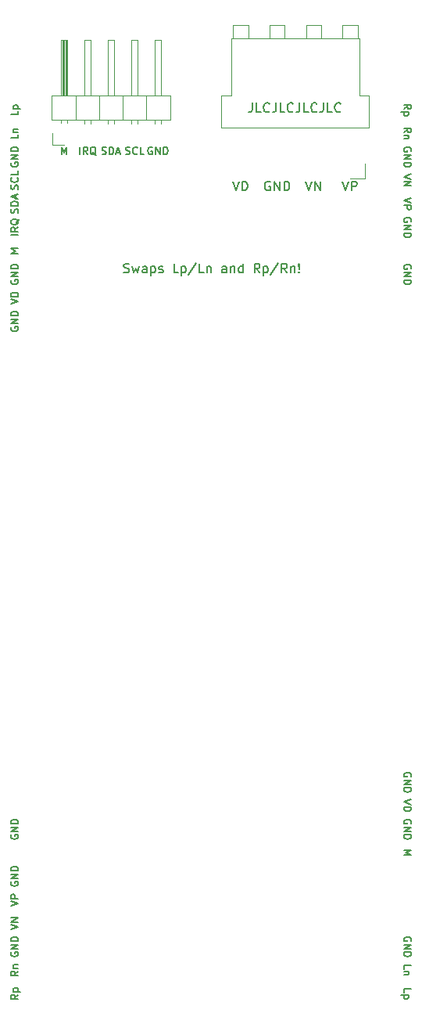
<source format=gbr>
%TF.GenerationSoftware,KiCad,Pcbnew,(5.1.9-0-10_14)*%
%TF.CreationDate,2021-04-02T13:04:38+02:00*%
%TF.ProjectId,W-DAC Piggy Board,572d4441-4320-4506-9967-677920426f61,rev?*%
%TF.SameCoordinates,Original*%
%TF.FileFunction,Legend,Top*%
%TF.FilePolarity,Positive*%
%FSLAX46Y46*%
G04 Gerber Fmt 4.6, Leading zero omitted, Abs format (unit mm)*
G04 Created by KiCad (PCBNEW (5.1.9-0-10_14)) date 2021-04-02 13:04:38*
%MOMM*%
%LPD*%
G01*
G04 APERTURE LIST*
%ADD10C,0.150000*%
%ADD11C,0.120000*%
G04 APERTURE END LIST*
D10*
X140476190Y-59764761D02*
X140619047Y-59812380D01*
X140857142Y-59812380D01*
X140952380Y-59764761D01*
X141000000Y-59717142D01*
X141047619Y-59621904D01*
X141047619Y-59526666D01*
X141000000Y-59431428D01*
X140952380Y-59383809D01*
X140857142Y-59336190D01*
X140666666Y-59288571D01*
X140571428Y-59240952D01*
X140523809Y-59193333D01*
X140476190Y-59098095D01*
X140476190Y-59002857D01*
X140523809Y-58907619D01*
X140571428Y-58860000D01*
X140666666Y-58812380D01*
X140904761Y-58812380D01*
X141047619Y-58860000D01*
X141380952Y-59145714D02*
X141571428Y-59812380D01*
X141761904Y-59336190D01*
X141952380Y-59812380D01*
X142142857Y-59145714D01*
X142952380Y-59812380D02*
X142952380Y-59288571D01*
X142904761Y-59193333D01*
X142809523Y-59145714D01*
X142619047Y-59145714D01*
X142523809Y-59193333D01*
X142952380Y-59764761D02*
X142857142Y-59812380D01*
X142619047Y-59812380D01*
X142523809Y-59764761D01*
X142476190Y-59669523D01*
X142476190Y-59574285D01*
X142523809Y-59479047D01*
X142619047Y-59431428D01*
X142857142Y-59431428D01*
X142952380Y-59383809D01*
X143428571Y-59145714D02*
X143428571Y-60145714D01*
X143428571Y-59193333D02*
X143523809Y-59145714D01*
X143714285Y-59145714D01*
X143809523Y-59193333D01*
X143857142Y-59240952D01*
X143904761Y-59336190D01*
X143904761Y-59621904D01*
X143857142Y-59717142D01*
X143809523Y-59764761D01*
X143714285Y-59812380D01*
X143523809Y-59812380D01*
X143428571Y-59764761D01*
X144285714Y-59764761D02*
X144380952Y-59812380D01*
X144571428Y-59812380D01*
X144666666Y-59764761D01*
X144714285Y-59669523D01*
X144714285Y-59621904D01*
X144666666Y-59526666D01*
X144571428Y-59479047D01*
X144428571Y-59479047D01*
X144333333Y-59431428D01*
X144285714Y-59336190D01*
X144285714Y-59288571D01*
X144333333Y-59193333D01*
X144428571Y-59145714D01*
X144571428Y-59145714D01*
X144666666Y-59193333D01*
X146380952Y-59812380D02*
X145904761Y-59812380D01*
X145904761Y-58812380D01*
X146714285Y-59145714D02*
X146714285Y-60145714D01*
X146714285Y-59193333D02*
X146809523Y-59145714D01*
X147000000Y-59145714D01*
X147095238Y-59193333D01*
X147142857Y-59240952D01*
X147190476Y-59336190D01*
X147190476Y-59621904D01*
X147142857Y-59717142D01*
X147095238Y-59764761D01*
X147000000Y-59812380D01*
X146809523Y-59812380D01*
X146714285Y-59764761D01*
X148333333Y-58764761D02*
X147476190Y-60050476D01*
X149142857Y-59812380D02*
X148666666Y-59812380D01*
X148666666Y-58812380D01*
X149476190Y-59145714D02*
X149476190Y-59812380D01*
X149476190Y-59240952D02*
X149523809Y-59193333D01*
X149619047Y-59145714D01*
X149761904Y-59145714D01*
X149857142Y-59193333D01*
X149904761Y-59288571D01*
X149904761Y-59812380D01*
X151571428Y-59812380D02*
X151571428Y-59288571D01*
X151523809Y-59193333D01*
X151428571Y-59145714D01*
X151238095Y-59145714D01*
X151142857Y-59193333D01*
X151571428Y-59764761D02*
X151476190Y-59812380D01*
X151238095Y-59812380D01*
X151142857Y-59764761D01*
X151095238Y-59669523D01*
X151095238Y-59574285D01*
X151142857Y-59479047D01*
X151238095Y-59431428D01*
X151476190Y-59431428D01*
X151571428Y-59383809D01*
X152047619Y-59145714D02*
X152047619Y-59812380D01*
X152047619Y-59240952D02*
X152095238Y-59193333D01*
X152190476Y-59145714D01*
X152333333Y-59145714D01*
X152428571Y-59193333D01*
X152476190Y-59288571D01*
X152476190Y-59812380D01*
X153380952Y-59812380D02*
X153380952Y-58812380D01*
X153380952Y-59764761D02*
X153285714Y-59812380D01*
X153095238Y-59812380D01*
X153000000Y-59764761D01*
X152952380Y-59717142D01*
X152904761Y-59621904D01*
X152904761Y-59336190D01*
X152952380Y-59240952D01*
X153000000Y-59193333D01*
X153095238Y-59145714D01*
X153285714Y-59145714D01*
X153380952Y-59193333D01*
X155190476Y-59812380D02*
X154857142Y-59336190D01*
X154619047Y-59812380D02*
X154619047Y-58812380D01*
X155000000Y-58812380D01*
X155095238Y-58860000D01*
X155142857Y-58907619D01*
X155190476Y-59002857D01*
X155190476Y-59145714D01*
X155142857Y-59240952D01*
X155095238Y-59288571D01*
X155000000Y-59336190D01*
X154619047Y-59336190D01*
X155619047Y-59145714D02*
X155619047Y-60145714D01*
X155619047Y-59193333D02*
X155714285Y-59145714D01*
X155904761Y-59145714D01*
X156000000Y-59193333D01*
X156047619Y-59240952D01*
X156095238Y-59336190D01*
X156095238Y-59621904D01*
X156047619Y-59717142D01*
X156000000Y-59764761D01*
X155904761Y-59812380D01*
X155714285Y-59812380D01*
X155619047Y-59764761D01*
X157238095Y-58764761D02*
X156380952Y-60050476D01*
X158142857Y-59812380D02*
X157809523Y-59336190D01*
X157571428Y-59812380D02*
X157571428Y-58812380D01*
X157952380Y-58812380D01*
X158047619Y-58860000D01*
X158095238Y-58907619D01*
X158142857Y-59002857D01*
X158142857Y-59145714D01*
X158095238Y-59240952D01*
X158047619Y-59288571D01*
X157952380Y-59336190D01*
X157571428Y-59336190D01*
X158571428Y-59145714D02*
X158571428Y-59812380D01*
X158571428Y-59240952D02*
X158619047Y-59193333D01*
X158714285Y-59145714D01*
X158857142Y-59145714D01*
X158952380Y-59193333D01*
X159000000Y-59288571D01*
X159000000Y-59812380D01*
X159476190Y-59717142D02*
X159523809Y-59764761D01*
X159476190Y-59812380D01*
X159428571Y-59764761D01*
X159476190Y-59717142D01*
X159476190Y-59812380D01*
X159476190Y-59431428D02*
X159428571Y-58860000D01*
X159476190Y-58812380D01*
X159523809Y-58860000D01*
X159476190Y-59431428D01*
X159476190Y-58812380D01*
X133733333Y-47021904D02*
X133733333Y-46221904D01*
X134000000Y-46793333D01*
X134266666Y-46221904D01*
X134266666Y-47021904D01*
X135720952Y-47021904D02*
X135720952Y-46221904D01*
X136559047Y-47021904D02*
X136292380Y-46640952D01*
X136101904Y-47021904D02*
X136101904Y-46221904D01*
X136406666Y-46221904D01*
X136482857Y-46260000D01*
X136520952Y-46298095D01*
X136559047Y-46374285D01*
X136559047Y-46488571D01*
X136520952Y-46564761D01*
X136482857Y-46602857D01*
X136406666Y-46640952D01*
X136101904Y-46640952D01*
X137435238Y-47098095D02*
X137359047Y-47060000D01*
X137282857Y-46983809D01*
X137168571Y-46869523D01*
X137092380Y-46831428D01*
X137016190Y-46831428D01*
X137054285Y-47021904D02*
X136978095Y-46983809D01*
X136901904Y-46907619D01*
X136863809Y-46755238D01*
X136863809Y-46488571D01*
X136901904Y-46336190D01*
X136978095Y-46260000D01*
X137054285Y-46221904D01*
X137206666Y-46221904D01*
X137282857Y-46260000D01*
X137359047Y-46336190D01*
X137397142Y-46488571D01*
X137397142Y-46755238D01*
X137359047Y-46907619D01*
X137282857Y-46983809D01*
X137206666Y-47021904D01*
X137054285Y-47021904D01*
X138108571Y-46983809D02*
X138222857Y-47021904D01*
X138413333Y-47021904D01*
X138489523Y-46983809D01*
X138527619Y-46945714D01*
X138565714Y-46869523D01*
X138565714Y-46793333D01*
X138527619Y-46717142D01*
X138489523Y-46679047D01*
X138413333Y-46640952D01*
X138260952Y-46602857D01*
X138184761Y-46564761D01*
X138146666Y-46526666D01*
X138108571Y-46450476D01*
X138108571Y-46374285D01*
X138146666Y-46298095D01*
X138184761Y-46260000D01*
X138260952Y-46221904D01*
X138451428Y-46221904D01*
X138565714Y-46260000D01*
X138908571Y-47021904D02*
X138908571Y-46221904D01*
X139099047Y-46221904D01*
X139213333Y-46260000D01*
X139289523Y-46336190D01*
X139327619Y-46412380D01*
X139365714Y-46564761D01*
X139365714Y-46679047D01*
X139327619Y-46831428D01*
X139289523Y-46907619D01*
X139213333Y-46983809D01*
X139099047Y-47021904D01*
X138908571Y-47021904D01*
X139670476Y-46793333D02*
X140051428Y-46793333D01*
X139594285Y-47021904D02*
X139860952Y-46221904D01*
X140127619Y-47021904D01*
X140667619Y-46983809D02*
X140781904Y-47021904D01*
X140972380Y-47021904D01*
X141048571Y-46983809D01*
X141086666Y-46945714D01*
X141124761Y-46869523D01*
X141124761Y-46793333D01*
X141086666Y-46717142D01*
X141048571Y-46679047D01*
X140972380Y-46640952D01*
X140820000Y-46602857D01*
X140743809Y-46564761D01*
X140705714Y-46526666D01*
X140667619Y-46450476D01*
X140667619Y-46374285D01*
X140705714Y-46298095D01*
X140743809Y-46260000D01*
X140820000Y-46221904D01*
X141010476Y-46221904D01*
X141124761Y-46260000D01*
X141924761Y-46945714D02*
X141886666Y-46983809D01*
X141772380Y-47021904D01*
X141696190Y-47021904D01*
X141581904Y-46983809D01*
X141505714Y-46907619D01*
X141467619Y-46831428D01*
X141429523Y-46679047D01*
X141429523Y-46564761D01*
X141467619Y-46412380D01*
X141505714Y-46336190D01*
X141581904Y-46260000D01*
X141696190Y-46221904D01*
X141772380Y-46221904D01*
X141886666Y-46260000D01*
X141924761Y-46298095D01*
X142648571Y-47021904D02*
X142267619Y-47021904D01*
X142267619Y-46221904D01*
X143550476Y-46260000D02*
X143474285Y-46221904D01*
X143360000Y-46221904D01*
X143245714Y-46260000D01*
X143169523Y-46336190D01*
X143131428Y-46412380D01*
X143093333Y-46564761D01*
X143093333Y-46679047D01*
X143131428Y-46831428D01*
X143169523Y-46907619D01*
X143245714Y-46983809D01*
X143360000Y-47021904D01*
X143436190Y-47021904D01*
X143550476Y-46983809D01*
X143588571Y-46945714D01*
X143588571Y-46679047D01*
X143436190Y-46679047D01*
X143931428Y-47021904D02*
X143931428Y-46221904D01*
X144388571Y-47021904D01*
X144388571Y-46221904D01*
X144769523Y-47021904D02*
X144769523Y-46221904D01*
X144960000Y-46221904D01*
X145074285Y-46260000D01*
X145150476Y-46336190D01*
X145188571Y-46412380D01*
X145226666Y-46564761D01*
X145226666Y-46679047D01*
X145188571Y-46831428D01*
X145150476Y-46907619D01*
X145074285Y-46983809D01*
X144960000Y-47021904D01*
X144769523Y-47021904D01*
X160182857Y-49922380D02*
X160516190Y-50922380D01*
X160849523Y-49922380D01*
X161182857Y-50922380D02*
X161182857Y-49922380D01*
X161754285Y-50922380D01*
X161754285Y-49922380D01*
X170798095Y-122273333D02*
X171598095Y-122273333D01*
X171026666Y-122540000D01*
X171598095Y-122806666D01*
X170798095Y-122806666D01*
X171560000Y-132090476D02*
X171598095Y-132014285D01*
X171598095Y-131900000D01*
X171560000Y-131785714D01*
X171483809Y-131709523D01*
X171407619Y-131671428D01*
X171255238Y-131633333D01*
X171140952Y-131633333D01*
X170988571Y-131671428D01*
X170912380Y-131709523D01*
X170836190Y-131785714D01*
X170798095Y-131900000D01*
X170798095Y-131976190D01*
X170836190Y-132090476D01*
X170874285Y-132128571D01*
X171140952Y-132128571D01*
X171140952Y-131976190D01*
X170798095Y-132471428D02*
X171598095Y-132471428D01*
X170798095Y-132928571D01*
X171598095Y-132928571D01*
X170798095Y-133309523D02*
X171598095Y-133309523D01*
X171598095Y-133500000D01*
X171560000Y-133614285D01*
X171483809Y-133690476D01*
X171407619Y-133728571D01*
X171255238Y-133766666D01*
X171140952Y-133766666D01*
X170988571Y-133728571D01*
X170912380Y-133690476D01*
X170836190Y-133614285D01*
X170798095Y-133500000D01*
X170798095Y-133309523D01*
X171560000Y-119390476D02*
X171598095Y-119314285D01*
X171598095Y-119200000D01*
X171560000Y-119085714D01*
X171483809Y-119009523D01*
X171407619Y-118971428D01*
X171255238Y-118933333D01*
X171140952Y-118933333D01*
X170988571Y-118971428D01*
X170912380Y-119009523D01*
X170836190Y-119085714D01*
X170798095Y-119200000D01*
X170798095Y-119276190D01*
X170836190Y-119390476D01*
X170874285Y-119428571D01*
X171140952Y-119428571D01*
X171140952Y-119276190D01*
X170798095Y-119771428D02*
X171598095Y-119771428D01*
X170798095Y-120228571D01*
X171598095Y-120228571D01*
X170798095Y-120609523D02*
X171598095Y-120609523D01*
X171598095Y-120800000D01*
X171560000Y-120914285D01*
X171483809Y-120990476D01*
X171407619Y-121028571D01*
X171255238Y-121066666D01*
X171140952Y-121066666D01*
X170988571Y-121028571D01*
X170912380Y-120990476D01*
X170836190Y-120914285D01*
X170798095Y-120800000D01*
X170798095Y-120609523D01*
X128260000Y-120609523D02*
X128221904Y-120685714D01*
X128221904Y-120800000D01*
X128260000Y-120914285D01*
X128336190Y-120990476D01*
X128412380Y-121028571D01*
X128564761Y-121066666D01*
X128679047Y-121066666D01*
X128831428Y-121028571D01*
X128907619Y-120990476D01*
X128983809Y-120914285D01*
X129021904Y-120800000D01*
X129021904Y-120723809D01*
X128983809Y-120609523D01*
X128945714Y-120571428D01*
X128679047Y-120571428D01*
X128679047Y-120723809D01*
X129021904Y-120228571D02*
X128221904Y-120228571D01*
X129021904Y-119771428D01*
X128221904Y-119771428D01*
X129021904Y-119390476D02*
X128221904Y-119390476D01*
X128221904Y-119200000D01*
X128260000Y-119085714D01*
X128336190Y-119009523D01*
X128412380Y-118971428D01*
X128564761Y-118933333D01*
X128679047Y-118933333D01*
X128831428Y-118971428D01*
X128907619Y-119009523D01*
X128983809Y-119085714D01*
X129021904Y-119200000D01*
X129021904Y-119390476D01*
X128260000Y-125689523D02*
X128221904Y-125765714D01*
X128221904Y-125880000D01*
X128260000Y-125994285D01*
X128336190Y-126070476D01*
X128412380Y-126108571D01*
X128564761Y-126146666D01*
X128679047Y-126146666D01*
X128831428Y-126108571D01*
X128907619Y-126070476D01*
X128983809Y-125994285D01*
X129021904Y-125880000D01*
X129021904Y-125803809D01*
X128983809Y-125689523D01*
X128945714Y-125651428D01*
X128679047Y-125651428D01*
X128679047Y-125803809D01*
X129021904Y-125308571D02*
X128221904Y-125308571D01*
X129021904Y-124851428D01*
X128221904Y-124851428D01*
X129021904Y-124470476D02*
X128221904Y-124470476D01*
X128221904Y-124280000D01*
X128260000Y-124165714D01*
X128336190Y-124089523D01*
X128412380Y-124051428D01*
X128564761Y-124013333D01*
X128679047Y-124013333D01*
X128831428Y-124051428D01*
X128907619Y-124089523D01*
X128983809Y-124165714D01*
X129021904Y-124280000D01*
X129021904Y-124470476D01*
X128221904Y-128286666D02*
X129021904Y-128020000D01*
X128221904Y-127753333D01*
X129021904Y-127486666D02*
X128221904Y-127486666D01*
X128221904Y-127181904D01*
X128260000Y-127105714D01*
X128298095Y-127067619D01*
X128374285Y-127029523D01*
X128488571Y-127029523D01*
X128564761Y-127067619D01*
X128602857Y-127105714D01*
X128640952Y-127181904D01*
X128640952Y-127486666D01*
X128221904Y-130845714D02*
X129021904Y-130579047D01*
X128221904Y-130312380D01*
X129021904Y-130045714D02*
X128221904Y-130045714D01*
X129021904Y-129588571D01*
X128221904Y-129588571D01*
X171560000Y-114310476D02*
X171598095Y-114234285D01*
X171598095Y-114120000D01*
X171560000Y-114005714D01*
X171483809Y-113929523D01*
X171407619Y-113891428D01*
X171255238Y-113853333D01*
X171140952Y-113853333D01*
X170988571Y-113891428D01*
X170912380Y-113929523D01*
X170836190Y-114005714D01*
X170798095Y-114120000D01*
X170798095Y-114196190D01*
X170836190Y-114310476D01*
X170874285Y-114348571D01*
X171140952Y-114348571D01*
X171140952Y-114196190D01*
X170798095Y-114691428D02*
X171598095Y-114691428D01*
X170798095Y-115148571D01*
X171598095Y-115148571D01*
X170798095Y-115529523D02*
X171598095Y-115529523D01*
X171598095Y-115720000D01*
X171560000Y-115834285D01*
X171483809Y-115910476D01*
X171407619Y-115948571D01*
X171255238Y-115986666D01*
X171140952Y-115986666D01*
X170988571Y-115948571D01*
X170912380Y-115910476D01*
X170836190Y-115834285D01*
X170798095Y-115720000D01*
X170798095Y-115529523D01*
X170798095Y-135125714D02*
X170798095Y-134744761D01*
X171598095Y-134744761D01*
X171331428Y-135392380D02*
X170798095Y-135392380D01*
X171255238Y-135392380D02*
X171293333Y-135430476D01*
X171331428Y-135506666D01*
X171331428Y-135620952D01*
X171293333Y-135697142D01*
X171217142Y-135735238D01*
X170798095Y-135735238D01*
X170798095Y-137665714D02*
X170798095Y-137284761D01*
X171598095Y-137284761D01*
X171331428Y-137932380D02*
X170531428Y-137932380D01*
X171293333Y-137932380D02*
X171331428Y-138008571D01*
X171331428Y-138160952D01*
X171293333Y-138237142D01*
X171255238Y-138275238D01*
X171179047Y-138313333D01*
X170950476Y-138313333D01*
X170874285Y-138275238D01*
X170836190Y-138237142D01*
X170798095Y-138160952D01*
X170798095Y-138008571D01*
X170836190Y-137932380D01*
X171598095Y-116793333D02*
X170798095Y-117060000D01*
X171598095Y-117326666D01*
X170798095Y-117593333D02*
X171598095Y-117593333D01*
X171598095Y-117783809D01*
X171560000Y-117898095D01*
X171483809Y-117974285D01*
X171407619Y-118012380D01*
X171255238Y-118050476D01*
X171140952Y-118050476D01*
X170988571Y-118012380D01*
X170912380Y-117974285D01*
X170836190Y-117898095D01*
X170798095Y-117783809D01*
X170798095Y-117593333D01*
X128260000Y-133309523D02*
X128221904Y-133385714D01*
X128221904Y-133500000D01*
X128260000Y-133614285D01*
X128336190Y-133690476D01*
X128412380Y-133728571D01*
X128564761Y-133766666D01*
X128679047Y-133766666D01*
X128831428Y-133728571D01*
X128907619Y-133690476D01*
X128983809Y-133614285D01*
X129021904Y-133500000D01*
X129021904Y-133423809D01*
X128983809Y-133309523D01*
X128945714Y-133271428D01*
X128679047Y-133271428D01*
X128679047Y-133423809D01*
X129021904Y-132928571D02*
X128221904Y-132928571D01*
X129021904Y-132471428D01*
X128221904Y-132471428D01*
X129021904Y-132090476D02*
X128221904Y-132090476D01*
X128221904Y-131900000D01*
X128260000Y-131785714D01*
X128336190Y-131709523D01*
X128412380Y-131671428D01*
X128564761Y-131633333D01*
X128679047Y-131633333D01*
X128831428Y-131671428D01*
X128907619Y-131709523D01*
X128983809Y-131785714D01*
X129021904Y-131900000D01*
X129021904Y-132090476D01*
X129021904Y-135354285D02*
X128640952Y-135620952D01*
X129021904Y-135811428D02*
X128221904Y-135811428D01*
X128221904Y-135506666D01*
X128260000Y-135430476D01*
X128298095Y-135392380D01*
X128374285Y-135354285D01*
X128488571Y-135354285D01*
X128564761Y-135392380D01*
X128602857Y-135430476D01*
X128640952Y-135506666D01*
X128640952Y-135811428D01*
X128488571Y-135011428D02*
X129021904Y-135011428D01*
X128564761Y-135011428D02*
X128526666Y-134973333D01*
X128488571Y-134897142D01*
X128488571Y-134782857D01*
X128526666Y-134706666D01*
X128602857Y-134668571D01*
X129021904Y-134668571D01*
X129021904Y-137894285D02*
X128640952Y-138160952D01*
X129021904Y-138351428D02*
X128221904Y-138351428D01*
X128221904Y-138046666D01*
X128260000Y-137970476D01*
X128298095Y-137932380D01*
X128374285Y-137894285D01*
X128488571Y-137894285D01*
X128564761Y-137932380D01*
X128602857Y-137970476D01*
X128640952Y-138046666D01*
X128640952Y-138351428D01*
X128488571Y-137551428D02*
X129288571Y-137551428D01*
X128526666Y-137551428D02*
X128488571Y-137475238D01*
X128488571Y-137322857D01*
X128526666Y-137246666D01*
X128564761Y-137208571D01*
X128640952Y-137170476D01*
X128869523Y-137170476D01*
X128945714Y-137208571D01*
X128983809Y-137246666D01*
X129021904Y-137322857D01*
X129021904Y-137475238D01*
X128983809Y-137551428D01*
X164166666Y-49922380D02*
X164500000Y-50922380D01*
X164833333Y-49922380D01*
X165166666Y-50922380D02*
X165166666Y-49922380D01*
X165547619Y-49922380D01*
X165642857Y-49970000D01*
X165690476Y-50017619D01*
X165738095Y-50112857D01*
X165738095Y-50255714D01*
X165690476Y-50350952D01*
X165642857Y-50398571D01*
X165547619Y-50446190D01*
X165166666Y-50446190D01*
X156318095Y-49970000D02*
X156222857Y-49922380D01*
X156080000Y-49922380D01*
X155937142Y-49970000D01*
X155841904Y-50065238D01*
X155794285Y-50160476D01*
X155746666Y-50350952D01*
X155746666Y-50493809D01*
X155794285Y-50684285D01*
X155841904Y-50779523D01*
X155937142Y-50874761D01*
X156080000Y-50922380D01*
X156175238Y-50922380D01*
X156318095Y-50874761D01*
X156365714Y-50827142D01*
X156365714Y-50493809D01*
X156175238Y-50493809D01*
X156794285Y-50922380D02*
X156794285Y-49922380D01*
X157365714Y-50922380D01*
X157365714Y-49922380D01*
X157841904Y-50922380D02*
X157841904Y-49922380D01*
X158080000Y-49922380D01*
X158222857Y-49970000D01*
X158318095Y-50065238D01*
X158365714Y-50160476D01*
X158413333Y-50350952D01*
X158413333Y-50493809D01*
X158365714Y-50684285D01*
X158318095Y-50779523D01*
X158222857Y-50874761D01*
X158080000Y-50922380D01*
X157841904Y-50922380D01*
X152286666Y-49922380D02*
X152620000Y-50922380D01*
X152953333Y-49922380D01*
X153286666Y-50922380D02*
X153286666Y-49922380D01*
X153524761Y-49922380D01*
X153667619Y-49970000D01*
X153762857Y-50065238D01*
X153810476Y-50160476D01*
X153858095Y-50350952D01*
X153858095Y-50493809D01*
X153810476Y-50684285D01*
X153762857Y-50779523D01*
X153667619Y-50874761D01*
X153524761Y-50922380D01*
X153286666Y-50922380D01*
X128983809Y-50792380D02*
X129021904Y-50678095D01*
X129021904Y-50487619D01*
X128983809Y-50411428D01*
X128945714Y-50373333D01*
X128869523Y-50335238D01*
X128793333Y-50335238D01*
X128717142Y-50373333D01*
X128679047Y-50411428D01*
X128640952Y-50487619D01*
X128602857Y-50640000D01*
X128564761Y-50716190D01*
X128526666Y-50754285D01*
X128450476Y-50792380D01*
X128374285Y-50792380D01*
X128298095Y-50754285D01*
X128260000Y-50716190D01*
X128221904Y-50640000D01*
X128221904Y-50449523D01*
X128260000Y-50335238D01*
X128945714Y-49535238D02*
X128983809Y-49573333D01*
X129021904Y-49687619D01*
X129021904Y-49763809D01*
X128983809Y-49878095D01*
X128907619Y-49954285D01*
X128831428Y-49992380D01*
X128679047Y-50030476D01*
X128564761Y-50030476D01*
X128412380Y-49992380D01*
X128336190Y-49954285D01*
X128260000Y-49878095D01*
X128221904Y-49763809D01*
X128221904Y-49687619D01*
X128260000Y-49573333D01*
X128298095Y-49535238D01*
X129021904Y-48811428D02*
X129021904Y-49192380D01*
X128221904Y-49192380D01*
X129021904Y-42334285D02*
X129021904Y-42715238D01*
X128221904Y-42715238D01*
X128488571Y-42067619D02*
X129288571Y-42067619D01*
X128526666Y-42067619D02*
X128488571Y-41991428D01*
X128488571Y-41839047D01*
X128526666Y-41762857D01*
X128564761Y-41724761D01*
X128640952Y-41686666D01*
X128869523Y-41686666D01*
X128945714Y-41724761D01*
X128983809Y-41762857D01*
X129021904Y-41839047D01*
X129021904Y-41991428D01*
X128983809Y-42067619D01*
X129021904Y-44874285D02*
X129021904Y-45255238D01*
X128221904Y-45255238D01*
X128488571Y-44607619D02*
X129021904Y-44607619D01*
X128564761Y-44607619D02*
X128526666Y-44569523D01*
X128488571Y-44493333D01*
X128488571Y-44379047D01*
X128526666Y-44302857D01*
X128602857Y-44264761D01*
X129021904Y-44264761D01*
X128260000Y-47909523D02*
X128221904Y-47985714D01*
X128221904Y-48100000D01*
X128260000Y-48214285D01*
X128336190Y-48290476D01*
X128412380Y-48328571D01*
X128564761Y-48366666D01*
X128679047Y-48366666D01*
X128831428Y-48328571D01*
X128907619Y-48290476D01*
X128983809Y-48214285D01*
X129021904Y-48100000D01*
X129021904Y-48023809D01*
X128983809Y-47909523D01*
X128945714Y-47871428D01*
X128679047Y-47871428D01*
X128679047Y-48023809D01*
X129021904Y-47528571D02*
X128221904Y-47528571D01*
X129021904Y-47071428D01*
X128221904Y-47071428D01*
X129021904Y-46690476D02*
X128221904Y-46690476D01*
X128221904Y-46500000D01*
X128260000Y-46385714D01*
X128336190Y-46309523D01*
X128412380Y-46271428D01*
X128564761Y-46233333D01*
X128679047Y-46233333D01*
X128831428Y-46271428D01*
X128907619Y-46309523D01*
X128983809Y-46385714D01*
X129021904Y-46500000D01*
X129021904Y-46690476D01*
X128983809Y-53351428D02*
X129021904Y-53237142D01*
X129021904Y-53046666D01*
X128983809Y-52970476D01*
X128945714Y-52932380D01*
X128869523Y-52894285D01*
X128793333Y-52894285D01*
X128717142Y-52932380D01*
X128679047Y-52970476D01*
X128640952Y-53046666D01*
X128602857Y-53199047D01*
X128564761Y-53275238D01*
X128526666Y-53313333D01*
X128450476Y-53351428D01*
X128374285Y-53351428D01*
X128298095Y-53313333D01*
X128260000Y-53275238D01*
X128221904Y-53199047D01*
X128221904Y-53008571D01*
X128260000Y-52894285D01*
X129021904Y-52551428D02*
X128221904Y-52551428D01*
X128221904Y-52360952D01*
X128260000Y-52246666D01*
X128336190Y-52170476D01*
X128412380Y-52132380D01*
X128564761Y-52094285D01*
X128679047Y-52094285D01*
X128831428Y-52132380D01*
X128907619Y-52170476D01*
X128983809Y-52246666D01*
X129021904Y-52360952D01*
X129021904Y-52551428D01*
X128793333Y-51789523D02*
X128793333Y-51408571D01*
X129021904Y-51865714D02*
X128221904Y-51599047D01*
X129021904Y-51332380D01*
X129021904Y-55739047D02*
X128221904Y-55739047D01*
X129021904Y-54900952D02*
X128640952Y-55167619D01*
X129021904Y-55358095D02*
X128221904Y-55358095D01*
X128221904Y-55053333D01*
X128260000Y-54977142D01*
X128298095Y-54939047D01*
X128374285Y-54900952D01*
X128488571Y-54900952D01*
X128564761Y-54939047D01*
X128602857Y-54977142D01*
X128640952Y-55053333D01*
X128640952Y-55358095D01*
X129098095Y-54024761D02*
X129060000Y-54100952D01*
X128983809Y-54177142D01*
X128869523Y-54291428D01*
X128831428Y-54367619D01*
X128831428Y-54443809D01*
X129021904Y-54405714D02*
X128983809Y-54481904D01*
X128907619Y-54558095D01*
X128755238Y-54596190D01*
X128488571Y-54596190D01*
X128336190Y-54558095D01*
X128260000Y-54481904D01*
X128221904Y-54405714D01*
X128221904Y-54253333D01*
X128260000Y-54177142D01*
X128336190Y-54100952D01*
X128488571Y-54062857D01*
X128755238Y-54062857D01*
X128907619Y-54100952D01*
X128983809Y-54177142D01*
X129021904Y-54253333D01*
X129021904Y-54405714D01*
X129021904Y-57726666D02*
X128221904Y-57726666D01*
X128793333Y-57460000D01*
X128221904Y-57193333D01*
X129021904Y-57193333D01*
X128260000Y-60609523D02*
X128221904Y-60685714D01*
X128221904Y-60800000D01*
X128260000Y-60914285D01*
X128336190Y-60990476D01*
X128412380Y-61028571D01*
X128564761Y-61066666D01*
X128679047Y-61066666D01*
X128831428Y-61028571D01*
X128907619Y-60990476D01*
X128983809Y-60914285D01*
X129021904Y-60800000D01*
X129021904Y-60723809D01*
X128983809Y-60609523D01*
X128945714Y-60571428D01*
X128679047Y-60571428D01*
X128679047Y-60723809D01*
X129021904Y-60228571D02*
X128221904Y-60228571D01*
X129021904Y-59771428D01*
X128221904Y-59771428D01*
X129021904Y-59390476D02*
X128221904Y-59390476D01*
X128221904Y-59200000D01*
X128260000Y-59085714D01*
X128336190Y-59009523D01*
X128412380Y-58971428D01*
X128564761Y-58933333D01*
X128679047Y-58933333D01*
X128831428Y-58971428D01*
X128907619Y-59009523D01*
X128983809Y-59085714D01*
X129021904Y-59200000D01*
X129021904Y-59390476D01*
X128221904Y-63206666D02*
X129021904Y-62940000D01*
X128221904Y-62673333D01*
X129021904Y-62406666D02*
X128221904Y-62406666D01*
X128221904Y-62216190D01*
X128260000Y-62101904D01*
X128336190Y-62025714D01*
X128412380Y-61987619D01*
X128564761Y-61949523D01*
X128679047Y-61949523D01*
X128831428Y-61987619D01*
X128907619Y-62025714D01*
X128983809Y-62101904D01*
X129021904Y-62216190D01*
X129021904Y-62406666D01*
X128260000Y-65689523D02*
X128221904Y-65765714D01*
X128221904Y-65880000D01*
X128260000Y-65994285D01*
X128336190Y-66070476D01*
X128412380Y-66108571D01*
X128564761Y-66146666D01*
X128679047Y-66146666D01*
X128831428Y-66108571D01*
X128907619Y-66070476D01*
X128983809Y-65994285D01*
X129021904Y-65880000D01*
X129021904Y-65803809D01*
X128983809Y-65689523D01*
X128945714Y-65651428D01*
X128679047Y-65651428D01*
X128679047Y-65803809D01*
X129021904Y-65308571D02*
X128221904Y-65308571D01*
X129021904Y-64851428D01*
X128221904Y-64851428D01*
X129021904Y-64470476D02*
X128221904Y-64470476D01*
X128221904Y-64280000D01*
X128260000Y-64165714D01*
X128336190Y-64089523D01*
X128412380Y-64051428D01*
X128564761Y-64013333D01*
X128679047Y-64013333D01*
X128831428Y-64051428D01*
X128907619Y-64089523D01*
X128983809Y-64165714D01*
X129021904Y-64280000D01*
X129021904Y-64470476D01*
X170798095Y-42105714D02*
X171179047Y-41839047D01*
X170798095Y-41648571D02*
X171598095Y-41648571D01*
X171598095Y-41953333D01*
X171560000Y-42029523D01*
X171521904Y-42067619D01*
X171445714Y-42105714D01*
X171331428Y-42105714D01*
X171255238Y-42067619D01*
X171217142Y-42029523D01*
X171179047Y-41953333D01*
X171179047Y-41648571D01*
X171331428Y-42448571D02*
X170531428Y-42448571D01*
X171293333Y-42448571D02*
X171331428Y-42524761D01*
X171331428Y-42677142D01*
X171293333Y-42753333D01*
X171255238Y-42791428D01*
X171179047Y-42829523D01*
X170950476Y-42829523D01*
X170874285Y-42791428D01*
X170836190Y-42753333D01*
X170798095Y-42677142D01*
X170798095Y-42524761D01*
X170836190Y-42448571D01*
X170798095Y-44645714D02*
X171179047Y-44379047D01*
X170798095Y-44188571D02*
X171598095Y-44188571D01*
X171598095Y-44493333D01*
X171560000Y-44569523D01*
X171521904Y-44607619D01*
X171445714Y-44645714D01*
X171331428Y-44645714D01*
X171255238Y-44607619D01*
X171217142Y-44569523D01*
X171179047Y-44493333D01*
X171179047Y-44188571D01*
X171331428Y-44988571D02*
X170798095Y-44988571D01*
X171255238Y-44988571D02*
X171293333Y-45026666D01*
X171331428Y-45102857D01*
X171331428Y-45217142D01*
X171293333Y-45293333D01*
X171217142Y-45331428D01*
X170798095Y-45331428D01*
X171560000Y-46690476D02*
X171598095Y-46614285D01*
X171598095Y-46500000D01*
X171560000Y-46385714D01*
X171483809Y-46309523D01*
X171407619Y-46271428D01*
X171255238Y-46233333D01*
X171140952Y-46233333D01*
X170988571Y-46271428D01*
X170912380Y-46309523D01*
X170836190Y-46385714D01*
X170798095Y-46500000D01*
X170798095Y-46576190D01*
X170836190Y-46690476D01*
X170874285Y-46728571D01*
X171140952Y-46728571D01*
X171140952Y-46576190D01*
X170798095Y-47071428D02*
X171598095Y-47071428D01*
X170798095Y-47528571D01*
X171598095Y-47528571D01*
X170798095Y-47909523D02*
X171598095Y-47909523D01*
X171598095Y-48100000D01*
X171560000Y-48214285D01*
X171483809Y-48290476D01*
X171407619Y-48328571D01*
X171255238Y-48366666D01*
X171140952Y-48366666D01*
X170988571Y-48328571D01*
X170912380Y-48290476D01*
X170836190Y-48214285D01*
X170798095Y-48100000D01*
X170798095Y-47909523D01*
X171598095Y-49154285D02*
X170798095Y-49420952D01*
X171598095Y-49687619D01*
X170798095Y-49954285D02*
X171598095Y-49954285D01*
X170798095Y-50411428D01*
X171598095Y-50411428D01*
X171598095Y-51713333D02*
X170798095Y-51980000D01*
X171598095Y-52246666D01*
X170798095Y-52513333D02*
X171598095Y-52513333D01*
X171598095Y-52818095D01*
X171560000Y-52894285D01*
X171521904Y-52932380D01*
X171445714Y-52970476D01*
X171331428Y-52970476D01*
X171255238Y-52932380D01*
X171217142Y-52894285D01*
X171179047Y-52818095D01*
X171179047Y-52513333D01*
X171560000Y-54310476D02*
X171598095Y-54234285D01*
X171598095Y-54120000D01*
X171560000Y-54005714D01*
X171483809Y-53929523D01*
X171407619Y-53891428D01*
X171255238Y-53853333D01*
X171140952Y-53853333D01*
X170988571Y-53891428D01*
X170912380Y-53929523D01*
X170836190Y-54005714D01*
X170798095Y-54120000D01*
X170798095Y-54196190D01*
X170836190Y-54310476D01*
X170874285Y-54348571D01*
X171140952Y-54348571D01*
X171140952Y-54196190D01*
X170798095Y-54691428D02*
X171598095Y-54691428D01*
X170798095Y-55148571D01*
X171598095Y-55148571D01*
X170798095Y-55529523D02*
X171598095Y-55529523D01*
X171598095Y-55720000D01*
X171560000Y-55834285D01*
X171483809Y-55910476D01*
X171407619Y-55948571D01*
X171255238Y-55986666D01*
X171140952Y-55986666D01*
X170988571Y-55948571D01*
X170912380Y-55910476D01*
X170836190Y-55834285D01*
X170798095Y-55720000D01*
X170798095Y-55529523D01*
X171560000Y-59390476D02*
X171598095Y-59314285D01*
X171598095Y-59200000D01*
X171560000Y-59085714D01*
X171483809Y-59009523D01*
X171407619Y-58971428D01*
X171255238Y-58933333D01*
X171140952Y-58933333D01*
X170988571Y-58971428D01*
X170912380Y-59009523D01*
X170836190Y-59085714D01*
X170798095Y-59200000D01*
X170798095Y-59276190D01*
X170836190Y-59390476D01*
X170874285Y-59428571D01*
X171140952Y-59428571D01*
X171140952Y-59276190D01*
X170798095Y-59771428D02*
X171598095Y-59771428D01*
X170798095Y-60228571D01*
X171598095Y-60228571D01*
X170798095Y-60609523D02*
X171598095Y-60609523D01*
X171598095Y-60800000D01*
X171560000Y-60914285D01*
X171483809Y-60990476D01*
X171407619Y-61028571D01*
X171255238Y-61066666D01*
X171140952Y-61066666D01*
X170988571Y-61028571D01*
X170912380Y-60990476D01*
X170836190Y-60914285D01*
X170798095Y-60800000D01*
X170798095Y-60609523D01*
X154380952Y-41452380D02*
X154380952Y-42166666D01*
X154333333Y-42309523D01*
X154238095Y-42404761D01*
X154095238Y-42452380D01*
X154000000Y-42452380D01*
X155333333Y-42452380D02*
X154857142Y-42452380D01*
X154857142Y-41452380D01*
X156238095Y-42357142D02*
X156190476Y-42404761D01*
X156047619Y-42452380D01*
X155952380Y-42452380D01*
X155809523Y-42404761D01*
X155714285Y-42309523D01*
X155666666Y-42214285D01*
X155619047Y-42023809D01*
X155619047Y-41880952D01*
X155666666Y-41690476D01*
X155714285Y-41595238D01*
X155809523Y-41500000D01*
X155952380Y-41452380D01*
X156047619Y-41452380D01*
X156190476Y-41500000D01*
X156238095Y-41547619D01*
X156952380Y-41452380D02*
X156952380Y-42166666D01*
X156904761Y-42309523D01*
X156809523Y-42404761D01*
X156666666Y-42452380D01*
X156571428Y-42452380D01*
X157904761Y-42452380D02*
X157428571Y-42452380D01*
X157428571Y-41452380D01*
X158809523Y-42357142D02*
X158761904Y-42404761D01*
X158619047Y-42452380D01*
X158523809Y-42452380D01*
X158380952Y-42404761D01*
X158285714Y-42309523D01*
X158238095Y-42214285D01*
X158190476Y-42023809D01*
X158190476Y-41880952D01*
X158238095Y-41690476D01*
X158285714Y-41595238D01*
X158380952Y-41500000D01*
X158523809Y-41452380D01*
X158619047Y-41452380D01*
X158761904Y-41500000D01*
X158809523Y-41547619D01*
X159523809Y-41452380D02*
X159523809Y-42166666D01*
X159476190Y-42309523D01*
X159380952Y-42404761D01*
X159238095Y-42452380D01*
X159142857Y-42452380D01*
X160476190Y-42452380D02*
X160000000Y-42452380D01*
X160000000Y-41452380D01*
X161380952Y-42357142D02*
X161333333Y-42404761D01*
X161190476Y-42452380D01*
X161095238Y-42452380D01*
X160952380Y-42404761D01*
X160857142Y-42309523D01*
X160809523Y-42214285D01*
X160761904Y-42023809D01*
X160761904Y-41880952D01*
X160809523Y-41690476D01*
X160857142Y-41595238D01*
X160952380Y-41500000D01*
X161095238Y-41452380D01*
X161190476Y-41452380D01*
X161333333Y-41500000D01*
X161380952Y-41547619D01*
X162095238Y-41452380D02*
X162095238Y-42166666D01*
X162047619Y-42309523D01*
X161952380Y-42404761D01*
X161809523Y-42452380D01*
X161714285Y-42452380D01*
X163047619Y-42452380D02*
X162571428Y-42452380D01*
X162571428Y-41452380D01*
X163952380Y-42357142D02*
X163904761Y-42404761D01*
X163761904Y-42452380D01*
X163666666Y-42452380D01*
X163523809Y-42404761D01*
X163428571Y-42309523D01*
X163380952Y-42214285D01*
X163333333Y-42023809D01*
X163333333Y-41880952D01*
X163380952Y-41690476D01*
X163428571Y-41595238D01*
X163523809Y-41500000D01*
X163666666Y-41452380D01*
X163761904Y-41452380D01*
X163904761Y-41500000D01*
X163952380Y-41547619D01*
D11*
%TO.C,J1*%
X132670000Y-43310000D02*
X145490000Y-43310000D01*
X145490000Y-43310000D02*
X145490000Y-40650000D01*
X145490000Y-40650000D02*
X132670000Y-40650000D01*
X132670000Y-40650000D02*
X132670000Y-43310000D01*
X133620000Y-40650000D02*
X133620000Y-34650000D01*
X133620000Y-34650000D02*
X134380000Y-34650000D01*
X134380000Y-34650000D02*
X134380000Y-40650000D01*
X133680000Y-40650000D02*
X133680000Y-34650000D01*
X133800000Y-40650000D02*
X133800000Y-34650000D01*
X133920000Y-40650000D02*
X133920000Y-34650000D01*
X134040000Y-40650000D02*
X134040000Y-34650000D01*
X134160000Y-40650000D02*
X134160000Y-34650000D01*
X134280000Y-40650000D02*
X134280000Y-34650000D01*
X133620000Y-43640000D02*
X133620000Y-43310000D01*
X134380000Y-43640000D02*
X134380000Y-43310000D01*
X135270000Y-43310000D02*
X135270000Y-40650000D01*
X136160000Y-40650000D02*
X136160000Y-34650000D01*
X136160000Y-34650000D02*
X136920000Y-34650000D01*
X136920000Y-34650000D02*
X136920000Y-40650000D01*
X136160000Y-43707071D02*
X136160000Y-43310000D01*
X136920000Y-43707071D02*
X136920000Y-43310000D01*
X137810000Y-43310000D02*
X137810000Y-40650000D01*
X138700000Y-40650000D02*
X138700000Y-34650000D01*
X138700000Y-34650000D02*
X139460000Y-34650000D01*
X139460000Y-34650000D02*
X139460000Y-40650000D01*
X138700000Y-43707071D02*
X138700000Y-43310000D01*
X139460000Y-43707071D02*
X139460000Y-43310000D01*
X140350000Y-43310000D02*
X140350000Y-40650000D01*
X141240000Y-40650000D02*
X141240000Y-34650000D01*
X141240000Y-34650000D02*
X142000000Y-34650000D01*
X142000000Y-34650000D02*
X142000000Y-40650000D01*
X141240000Y-43707071D02*
X141240000Y-43310000D01*
X142000000Y-43707071D02*
X142000000Y-43310000D01*
X142890000Y-43310000D02*
X142890000Y-40650000D01*
X143780000Y-40650000D02*
X143780000Y-34650000D01*
X143780000Y-34650000D02*
X144540000Y-34650000D01*
X144540000Y-34650000D02*
X144540000Y-40650000D01*
X143780000Y-43707071D02*
X143780000Y-43310000D01*
X144540000Y-43707071D02*
X144540000Y-43310000D01*
X134000000Y-46020000D02*
X132730000Y-46020000D01*
X132730000Y-46020000D02*
X132730000Y-44750000D01*
%TO.C,J6*%
X166610000Y-49610000D02*
X166610000Y-48000000D01*
X165000000Y-49610000D02*
X166610000Y-49610000D01*
X152300000Y-32990000D02*
X152300000Y-34490000D01*
X153940000Y-32990000D02*
X152300000Y-32990000D01*
X153940000Y-34490000D02*
X153940000Y-32990000D01*
X156260000Y-32990000D02*
X156260000Y-34490000D01*
X157900000Y-32990000D02*
X156260000Y-32990000D01*
X157900000Y-34490000D02*
X157900000Y-32990000D01*
X160220000Y-32990000D02*
X160220000Y-34490000D01*
X161860000Y-32990000D02*
X160220000Y-32990000D01*
X161860000Y-34490000D02*
X161860000Y-32990000D01*
X164180000Y-32990000D02*
X164180000Y-34490000D01*
X165820000Y-32990000D02*
X164180000Y-32990000D01*
X165820000Y-34490000D02*
X165820000Y-32990000D01*
X167060000Y-40690000D02*
X167060000Y-44110000D01*
X166010000Y-40690000D02*
X167060000Y-40690000D01*
X166010000Y-34490000D02*
X166010000Y-40690000D01*
X152110000Y-34490000D02*
X166010000Y-34490000D01*
X152110000Y-40690000D02*
X152110000Y-34490000D01*
X151060000Y-40690000D02*
X152110000Y-40690000D01*
X151060000Y-44110000D02*
X151060000Y-40690000D01*
X167060000Y-44110000D02*
X151060000Y-44110000D01*
%TD*%
M02*

</source>
